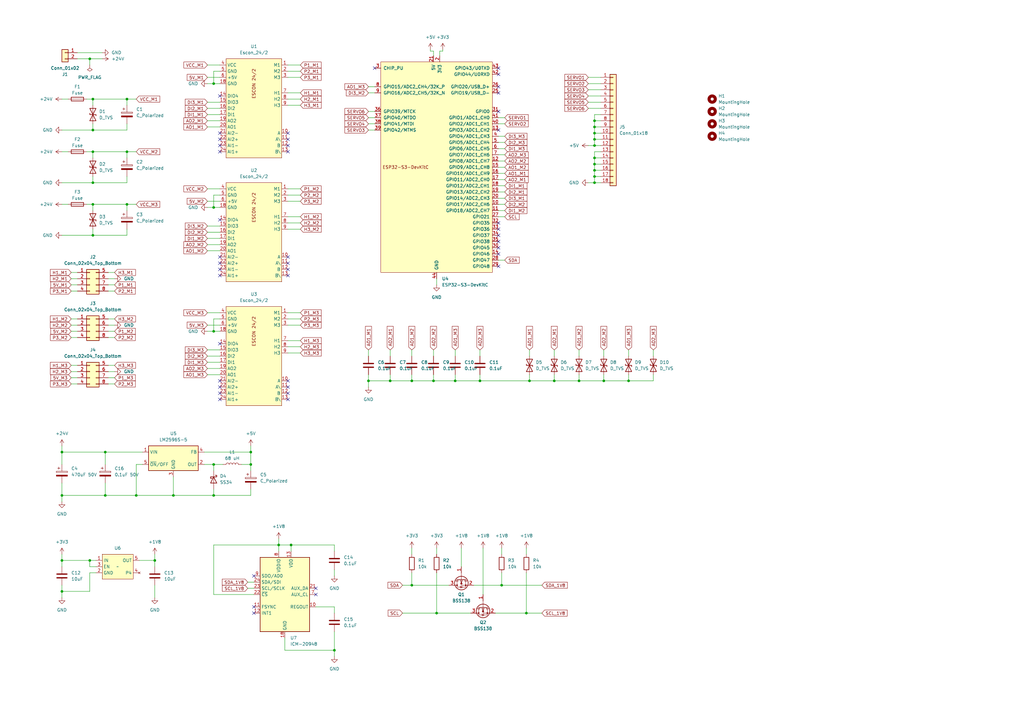
<source format=kicad_sch>
(kicad_sch (version 20230121) (generator eeschema)
  (paper "A3")
  (junction (at 243.84 54.61))
  (junction (at 43.18 185.42))
  (junction (at 87.63 190.5))
  (junction (at 38.1 96.52))
  (junction (at 215.9 251.46))
  (junction (at 38.1 62.23))
  (junction (at 25.4 203.2))
  (junction (at 119.38 223.52))
  (junction (at 243.84 49.53))
  (junction (at 151.13 156.21))
  (junction (at 52.07 62.23))
  (junction (at 87.63 34.29))
  (junction (at 177.8 156.21))
  (junction (at 38.1 74.93))
  (junction (at 71.12 203.2))
  (junction (at 25.4 185.42))
  (junction (at 243.84 69.85))
  (junction (at 36.83 24.13))
  (junction (at 217.17 156.21))
  (junction (at 243.84 72.39))
  (junction (at 243.84 52.07))
  (junction (at 160.02 156.21))
  (junction (at 87.63 85.09))
  (junction (at 63.5 229.87))
  (junction (at 186.69 156.21))
  (junction (at 247.65 156.21))
  (junction (at 102.87 190.5))
  (junction (at 243.84 57.15))
  (junction (at 168.91 156.21))
  (junction (at 205.74 240.03))
  (junction (at 38.1 83.82))
  (junction (at 114.3 223.52))
  (junction (at 36.83 229.87))
  (junction (at 243.84 64.77))
  (junction (at 243.84 67.31))
  (junction (at 25.4 229.87))
  (junction (at 52.07 83.82))
  (junction (at 196.85 156.21))
  (junction (at 243.84 59.69))
  (junction (at 168.91 240.03))
  (junction (at 102.87 185.42))
  (junction (at 43.18 203.2))
  (junction (at 179.07 251.46))
  (junction (at 87.63 135.89))
  (junction (at 55.88 203.2))
  (junction (at 38.1 40.64))
  (junction (at 227.33 156.21))
  (junction (at 25.4 242.57))
  (junction (at 87.63 203.2))
  (junction (at 52.07 40.64))
  (junction (at 38.1 53.34))
  (junction (at 137.16 266.7))
  (junction (at 237.49 156.21))
  (junction (at 257.81 156.21))
  (junction (at 243.84 74.93))
  (no_connect (at 118.11 107.95))
  (no_connect (at 204.47 30.48))
  (no_connect (at 104.14 248.92))
  (no_connect (at 204.47 45.72))
  (no_connect (at 90.17 161.29))
  (no_connect (at 118.11 156.21))
  (no_connect (at 90.17 110.49))
  (no_connect (at 90.17 158.75))
  (no_connect (at 118.11 110.49))
  (no_connect (at 90.17 156.21))
  (no_connect (at 204.47 101.6))
  (no_connect (at 129.54 243.84))
  (no_connect (at 90.17 105.41))
  (no_connect (at 90.17 59.69))
  (no_connect (at 104.14 251.46))
  (no_connect (at 118.11 54.61))
  (no_connect (at 118.11 113.03))
  (no_connect (at 90.17 57.15))
  (no_connect (at 204.47 99.06))
  (no_connect (at 90.17 54.61))
  (no_connect (at 90.17 107.95))
  (no_connect (at 90.17 113.03))
  (no_connect (at 204.47 93.98))
  (no_connect (at 204.47 109.22))
  (no_connect (at 118.11 105.41))
  (no_connect (at 90.17 62.23))
  (no_connect (at 129.54 241.3))
  (no_connect (at 204.47 38.1))
  (no_connect (at 204.47 96.52))
  (no_connect (at 118.11 57.15))
  (no_connect (at 204.47 35.56))
  (no_connect (at 204.47 53.34))
  (no_connect (at 204.47 27.94))
  (no_connect (at 104.14 236.22))
  (no_connect (at 90.17 140.97))
  (no_connect (at 118.11 163.83))
  (no_connect (at 90.17 39.37))
  (no_connect (at 118.11 161.29))
  (no_connect (at 204.47 91.44))
  (no_connect (at 118.11 62.23))
  (no_connect (at 204.47 104.14))
  (no_connect (at 90.17 163.83))
  (no_connect (at 153.67 27.94))
  (no_connect (at 118.11 158.75))
  (no_connect (at 118.11 59.69))
  (no_connect (at 90.17 90.17))
  (wire (pts (xy 204.47 86.36) (xy 207.01 86.36)))
  (wire (pts (xy 179.07 114.3) (xy 179.07 116.84)))
  (wire (pts (xy 29.21 135.89) (xy 31.75 135.89)))
  (wire (pts (xy 203.2 251.46) (xy 215.9 251.46)))
  (wire (pts (xy 87.63 135.89) (xy 90.17 135.89)))
  (wire (pts (xy 241.3 59.69) (xy 243.84 59.69)))
  (wire (pts (xy 114.3 220.98) (xy 114.3 223.52)))
  (wire (pts (xy 52.07 40.64) (xy 38.1 40.64)))
  (wire (pts (xy 204.47 50.8) (xy 207.01 50.8)))
  (wire (pts (xy 63.5 227.33) (xy 63.5 229.87)))
  (wire (pts (xy 267.97 143.51) (xy 267.97 146.05)))
  (wire (pts (xy 29.21 114.3) (xy 31.75 114.3)))
  (wire (pts (xy 186.69 153.67) (xy 186.69 156.21)))
  (wire (pts (xy 44.45 133.35) (xy 46.99 133.35)))
  (wire (pts (xy 243.84 69.85) (xy 243.84 72.39)))
  (wire (pts (xy 85.09 31.75) (xy 90.17 31.75)))
  (wire (pts (xy 29.21 119.38) (xy 31.75 119.38)))
  (wire (pts (xy 52.07 62.23) (xy 55.88 62.23)))
  (wire (pts (xy 25.4 198.12) (xy 25.4 203.2)))
  (wire (pts (xy 38.1 96.52) (xy 38.1 93.98)))
  (wire (pts (xy 52.07 64.77) (xy 52.07 62.23)))
  (wire (pts (xy 114.3 223.52) (xy 114.3 226.06)))
  (wire (pts (xy 241.3 36.83) (xy 246.38 36.83)))
  (wire (pts (xy 237.49 153.67) (xy 237.49 156.21)))
  (wire (pts (xy 83.82 190.5) (xy 87.63 190.5)))
  (wire (pts (xy 85.09 85.09) (xy 87.63 85.09)))
  (wire (pts (xy 25.4 74.93) (xy 38.1 74.93)))
  (wire (pts (xy 194.31 240.03) (xy 205.74 240.03)))
  (wire (pts (xy 38.1 40.64) (xy 38.1 43.18)))
  (wire (pts (xy 198.12 224.79) (xy 198.12 243.84)))
  (wire (pts (xy 119.38 226.06) (xy 119.38 223.52)))
  (wire (pts (xy 179.07 224.79) (xy 179.07 227.33)))
  (wire (pts (xy 58.42 190.5) (xy 55.88 190.5)))
  (wire (pts (xy 85.09 100.33) (xy 90.17 100.33)))
  (wire (pts (xy 267.97 156.21) (xy 267.97 153.67)))
  (wire (pts (xy 102.87 182.88) (xy 102.87 185.42)))
  (wire (pts (xy 151.13 35.56) (xy 153.67 35.56)))
  (wire (pts (xy 55.88 190.5) (xy 55.88 203.2)))
  (wire (pts (xy 204.47 68.58) (xy 207.01 68.58)))
  (wire (pts (xy 204.47 66.04) (xy 207.01 66.04)))
  (wire (pts (xy 52.07 43.18) (xy 52.07 40.64)))
  (wire (pts (xy 204.47 73.66) (xy 207.01 73.66)))
  (wire (pts (xy 204.47 63.5) (xy 207.01 63.5)))
  (wire (pts (xy 118.11 139.7) (xy 123.19 139.7)))
  (wire (pts (xy 52.07 83.82) (xy 55.88 83.82)))
  (wire (pts (xy 176.53 20.955) (xy 177.8 20.955)))
  (wire (pts (xy 137.16 233.68) (xy 137.16 236.22)))
  (wire (pts (xy 137.16 248.92) (xy 137.16 251.46)))
  (wire (pts (xy 102.87 203.2) (xy 87.63 203.2)))
  (wire (pts (xy 246.38 72.39) (xy 243.84 72.39)))
  (wire (pts (xy 189.23 224.79) (xy 189.23 232.41)))
  (wire (pts (xy 243.84 49.53) (xy 243.84 46.99)))
  (wire (pts (xy 137.16 226.06) (xy 137.16 223.52)))
  (wire (pts (xy 44.45 114.3) (xy 46.99 114.3)))
  (wire (pts (xy 52.07 86.36) (xy 52.07 83.82)))
  (wire (pts (xy 25.4 53.34) (xy 38.1 53.34)))
  (wire (pts (xy 38.1 83.82) (xy 38.1 86.36)))
  (wire (pts (xy 217.17 153.67) (xy 217.17 156.21)))
  (wire (pts (xy 85.09 128.27) (xy 90.17 128.27)))
  (wire (pts (xy 44.45 116.84) (xy 46.99 116.84)))
  (wire (pts (xy 246.38 54.61) (xy 243.84 54.61)))
  (wire (pts (xy 118.11 38.1) (xy 123.19 38.1)))
  (wire (pts (xy 168.91 156.21) (xy 177.8 156.21)))
  (wire (pts (xy 35.56 62.23) (xy 38.1 62.23)))
  (wire (pts (xy 118.11 128.27) (xy 123.19 128.27)))
  (wire (pts (xy 38.1 96.52) (xy 52.07 96.52)))
  (wire (pts (xy 186.69 143.51) (xy 186.69 146.05)))
  (wire (pts (xy 227.33 143.51) (xy 227.33 146.05)))
  (wire (pts (xy 25.4 240.03) (xy 25.4 242.57)))
  (wire (pts (xy 205.74 234.95) (xy 205.74 240.03)))
  (wire (pts (xy 243.84 46.99) (xy 246.38 46.99)))
  (wire (pts (xy 137.16 266.7) (xy 137.16 269.24)))
  (wire (pts (xy 227.33 153.67) (xy 227.33 156.21)))
  (wire (pts (xy 186.69 156.21) (xy 177.8 156.21)))
  (wire (pts (xy 165.1 251.46) (xy 179.07 251.46)))
  (wire (pts (xy 246.38 59.69) (xy 243.84 59.69)))
  (wire (pts (xy 85.09 34.29) (xy 87.63 34.29)))
  (wire (pts (xy 29.21 157.48) (xy 31.75 157.48)))
  (wire (pts (xy 243.84 52.07) (xy 243.84 49.53)))
  (wire (pts (xy 118.11 130.81) (xy 123.19 130.81)))
  (wire (pts (xy 246.38 49.53) (xy 243.84 49.53)))
  (wire (pts (xy 52.07 50.8) (xy 52.07 53.34)))
  (wire (pts (xy 241.3 34.29) (xy 246.38 34.29)))
  (wire (pts (xy 151.13 50.8) (xy 153.67 50.8)))
  (wire (pts (xy 246.38 67.31) (xy 243.84 67.31)))
  (wire (pts (xy 118.11 26.67) (xy 123.19 26.67)))
  (wire (pts (xy 29.21 130.81) (xy 31.75 130.81)))
  (wire (pts (xy 25.4 229.87) (xy 25.4 232.41)))
  (wire (pts (xy 241.3 74.93) (xy 243.84 74.93)))
  (wire (pts (xy 52.07 72.39) (xy 52.07 74.93)))
  (wire (pts (xy 168.91 143.51) (xy 168.91 146.05)))
  (wire (pts (xy 246.38 74.93) (xy 243.84 74.93)))
  (wire (pts (xy 247.65 143.51) (xy 247.65 146.05)))
  (wire (pts (xy 85.09 49.53) (xy 90.17 49.53)))
  (wire (pts (xy 196.85 156.21) (xy 217.17 156.21)))
  (wire (pts (xy 181.61 20.955) (xy 180.34 20.955)))
  (wire (pts (xy 116.84 266.7) (xy 137.16 266.7)))
  (wire (pts (xy 129.54 248.92) (xy 137.16 248.92)))
  (wire (pts (xy 204.47 83.82) (xy 207.01 83.82)))
  (wire (pts (xy 118.11 77.47) (xy 123.19 77.47)))
  (wire (pts (xy 87.63 190.5) (xy 91.44 190.5)))
  (wire (pts (xy 168.91 224.79) (xy 168.91 227.33)))
  (wire (pts (xy 168.91 234.95) (xy 168.91 240.03)))
  (wire (pts (xy 237.49 143.51) (xy 237.49 146.05)))
  (wire (pts (xy 39.37 232.41) (xy 36.83 232.41)))
  (wire (pts (xy 85.09 135.89) (xy 87.63 135.89)))
  (wire (pts (xy 44.45 149.86) (xy 46.99 149.86)))
  (wire (pts (xy 38.1 53.34) (xy 52.07 53.34)))
  (wire (pts (xy 29.21 111.76) (xy 31.75 111.76)))
  (wire (pts (xy 204.47 106.68) (xy 207.01 106.68)))
  (wire (pts (xy 204.47 60.96) (xy 207.01 60.96)))
  (wire (pts (xy 217.17 156.21) (xy 227.33 156.21)))
  (wire (pts (xy 25.4 203.2) (xy 43.18 203.2)))
  (wire (pts (xy 85.09 143.51) (xy 90.17 143.51)))
  (wire (pts (xy 160.02 153.67) (xy 160.02 156.21)))
  (wire (pts (xy 241.3 44.45) (xy 246.38 44.45)))
  (wire (pts (xy 85.09 146.05) (xy 90.17 146.05)))
  (wire (pts (xy 116.84 261.62) (xy 116.84 266.7)))
  (wire (pts (xy 118.11 144.78) (xy 123.19 144.78)))
  (wire (pts (xy 36.83 234.95) (xy 36.83 242.57)))
  (wire (pts (xy 85.09 95.25) (xy 90.17 95.25)))
  (wire (pts (xy 29.21 116.84) (xy 31.75 116.84)))
  (wire (pts (xy 181.61 20.32) (xy 181.61 20.955)))
  (wire (pts (xy 85.09 92.71) (xy 90.17 92.71)))
  (wire (pts (xy 35.56 40.64) (xy 38.1 40.64)))
  (wire (pts (xy 87.63 80.01) (xy 87.63 85.09)))
  (wire (pts (xy 25.4 96.52) (xy 38.1 96.52)))
  (wire (pts (xy 85.09 102.87) (xy 90.17 102.87)))
  (wire (pts (xy 43.18 185.42) (xy 58.42 185.42)))
  (wire (pts (xy 151.13 53.34) (xy 153.67 53.34)))
  (wire (pts (xy 85.09 97.79) (xy 90.17 97.79)))
  (wire (pts (xy 25.4 83.82) (xy 27.94 83.82)))
  (wire (pts (xy 71.12 195.58) (xy 71.12 203.2)))
  (wire (pts (xy 57.15 229.87) (xy 63.5 229.87)))
  (wire (pts (xy 204.47 55.88) (xy 207.01 55.88)))
  (wire (pts (xy 243.84 72.39) (xy 243.84 74.93)))
  (wire (pts (xy 243.84 59.69) (xy 243.84 57.15)))
  (wire (pts (xy 90.17 29.21) (xy 87.63 29.21)))
  (wire (pts (xy 43.18 198.12) (xy 43.18 203.2)))
  (wire (pts (xy 52.07 40.64) (xy 55.88 40.64)))
  (wire (pts (xy 36.83 232.41) (xy 36.83 229.87)))
  (wire (pts (xy 205.74 240.03) (xy 222.25 240.03)))
  (wire (pts (xy 227.33 156.21) (xy 237.49 156.21)))
  (wire (pts (xy 177.8 20.955) (xy 177.8 22.86)))
  (wire (pts (xy 137.16 259.08) (xy 137.16 266.7)))
  (wire (pts (xy 217.17 143.51) (xy 217.17 146.05)))
  (wire (pts (xy 204.47 76.2) (xy 207.01 76.2)))
  (wire (pts (xy 90.17 130.81) (xy 87.63 130.81)))
  (wire (pts (xy 25.4 62.23) (xy 27.94 62.23)))
  (wire (pts (xy 87.63 190.5) (xy 87.63 193.04)))
  (wire (pts (xy 102.87 200.66) (xy 102.87 203.2)))
  (wire (pts (xy 25.4 227.33) (xy 25.4 229.87)))
  (wire (pts (xy 25.4 185.42) (xy 43.18 185.42)))
  (wire (pts (xy 63.5 240.03) (xy 63.5 245.11)))
  (wire (pts (xy 44.45 130.81) (xy 46.99 130.81)))
  (wire (pts (xy 186.69 156.21) (xy 196.85 156.21)))
  (wire (pts (xy 165.1 240.03) (xy 168.91 240.03)))
  (wire (pts (xy 177.8 143.51) (xy 177.8 146.05)))
  (wire (pts (xy 38.1 74.93) (xy 52.07 74.93)))
  (wire (pts (xy 119.38 223.52) (xy 114.3 223.52)))
  (wire (pts (xy 118.11 88.9) (xy 123.19 88.9)))
  (wire (pts (xy 83.82 185.42) (xy 102.87 185.42)))
  (wire (pts (xy 87.63 200.66) (xy 87.63 203.2)))
  (wire (pts (xy 38.1 74.93) (xy 38.1 72.39)))
  (wire (pts (xy 25.4 40.64) (xy 27.94 40.64)))
  (wire (pts (xy 246.38 64.77) (xy 243.84 64.77)))
  (wire (pts (xy 160.02 143.51) (xy 160.02 146.05)))
  (wire (pts (xy 176.53 20.32) (xy 176.53 20.955)))
  (wire (pts (xy 243.84 54.61) (xy 243.84 52.07)))
  (wire (pts (xy 180.34 20.955) (xy 180.34 22.86)))
  (wire (pts (xy 29.21 138.43) (xy 31.75 138.43)))
  (wire (pts (xy 204.47 78.74) (xy 207.01 78.74)))
  (wire (pts (xy 85.09 52.07) (xy 90.17 52.07)))
  (wire (pts (xy 25.4 203.2) (xy 25.4 205.74)))
  (wire (pts (xy 168.91 240.03) (xy 184.15 240.03)))
  (wire (pts (xy 52.07 83.82) (xy 38.1 83.82)))
  (wire (pts (xy 36.83 24.13) (xy 36.83 26.67)))
  (wire (pts (xy 85.09 133.35) (xy 90.17 133.35)))
  (wire (pts (xy 246.38 57.15) (xy 243.84 57.15)))
  (wire (pts (xy 87.63 223.52) (xy 87.63 243.84)))
  (wire (pts (xy 85.09 82.55) (xy 90.17 82.55)))
  (wire (pts (xy 29.21 154.94) (xy 31.75 154.94)))
  (wire (pts (xy 25.4 185.42) (xy 25.4 190.5)))
  (wire (pts (xy 118.11 43.18) (xy 123.19 43.18)))
  (wire (pts (xy 36.83 229.87) (xy 39.37 229.87)))
  (wire (pts (xy 44.45 157.48) (xy 46.99 157.48)))
  (wire (pts (xy 196.85 143.51) (xy 196.85 146.05)))
  (wire (pts (xy 118.11 82.55) (xy 123.19 82.55)))
  (wire (pts (xy 204.47 88.9) (xy 207.01 88.9)))
  (wire (pts (xy 44.45 152.4) (xy 46.99 152.4)))
  (wire (pts (xy 29.21 149.86) (xy 31.75 149.86)))
  (wire (pts (xy 85.09 46.99) (xy 90.17 46.99)))
  (wire (pts (xy 87.63 34.29) (xy 90.17 34.29)))
  (wire (pts (xy 246.38 69.85) (xy 243.84 69.85)))
  (wire (pts (xy 44.45 154.94) (xy 46.99 154.94)))
  (wire (pts (xy 87.63 29.21) (xy 87.63 34.29)))
  (wire (pts (xy 44.45 119.38) (xy 46.99 119.38)))
  (wire (pts (xy 35.56 83.82) (xy 38.1 83.82)))
  (wire (pts (xy 102.87 190.5) (xy 102.87 193.04)))
  (wire (pts (xy 43.18 203.2) (xy 55.88 203.2)))
  (wire (pts (xy 215.9 234.95) (xy 215.9 251.46)))
  (wire (pts (xy 85.09 148.59) (xy 90.17 148.59)))
  (wire (pts (xy 215.9 251.46) (xy 222.25 251.46)))
  (wire (pts (xy 39.37 234.95) (xy 36.83 234.95)))
  (wire (pts (xy 257.81 156.21) (xy 267.97 156.21)))
  (wire (pts (xy 31.75 21.59) (xy 41.91 21.59)))
  (wire (pts (xy 247.65 153.67) (xy 247.65 156.21)))
  (wire (pts (xy 151.13 143.51) (xy 151.13 146.05)))
  (wire (pts (xy 196.85 153.67) (xy 196.85 156.21)))
  (wire (pts (xy 38.1 53.34) (xy 38.1 50.8)))
  (wire (pts (xy 85.09 77.47) (xy 90.17 77.47)))
  (wire (pts (xy 243.84 64.77) (xy 243.84 62.23)))
  (wire (pts (xy 25.4 229.87) (xy 36.83 229.87)))
  (wire (pts (xy 151.13 156.21) (xy 151.13 158.75)))
  (wire (pts (xy 43.18 185.42) (xy 43.18 190.5)))
  (wire (pts (xy 243.84 62.23) (xy 246.38 62.23)))
  (wire (pts (xy 118.11 93.98) (xy 123.19 93.98)))
  (wire (pts (xy 246.38 52.07) (xy 243.84 52.07)))
  (wire (pts (xy 44.45 135.89) (xy 46.99 135.89)))
  (wire (pts (xy 204.47 71.12) (xy 207.01 71.12)))
  (wire (pts (xy 87.63 130.81) (xy 87.63 135.89)))
  (wire (pts (xy 87.63 243.84) (xy 104.14 243.84)))
  (wire (pts (xy 118.11 29.21) (xy 123.19 29.21)))
  (wire (pts (xy 151.13 48.26) (xy 153.67 48.26)))
  (wire (pts (xy 29.21 133.35) (xy 31.75 133.35)))
  (wire (pts (xy 44.45 138.43) (xy 46.99 138.43)))
  (wire (pts (xy 257.81 153.67) (xy 257.81 156.21)))
  (wire (pts (xy 85.09 26.67) (xy 90.17 26.67)))
  (wire (pts (xy 90.17 80.01) (xy 87.63 80.01)))
  (wire (pts (xy 204.47 48.26) (xy 207.01 48.26)))
  (wire (pts (xy 118.11 31.75) (xy 123.19 31.75)))
  (wire (pts (xy 179.07 251.46) (xy 193.04 251.46)))
  (wire (pts (xy 87.63 203.2) (xy 71.12 203.2)))
  (wire (pts (xy 205.74 224.79) (xy 205.74 227.33)))
  (wire (pts (xy 118.11 133.35) (xy 123.19 133.35)))
  (wire (pts (xy 241.3 41.91) (xy 246.38 41.91)))
  (wire (pts (xy 243.84 67.31) (xy 243.84 69.85)))
  (wire (pts (xy 247.65 156.21) (xy 257.81 156.21)))
  (wire (pts (xy 177.8 153.67) (xy 177.8 156.21)))
  (wire (pts (xy 114.3 223.52) (xy 87.63 223.52)))
  (wire (pts (xy 118.11 142.24) (xy 123.19 142.24)))
  (wire (pts (xy 38.1 62.23) (xy 38.1 64.77)))
  (wire (pts (xy 71.12 203.2) (xy 55.88 203.2)))
  (wire (pts (xy 137.16 223.52) (xy 119.38 223.52)))
  (wire (pts (xy 151.13 156.21) (xy 160.02 156.21)))
  (wire (pts (xy 243.84 64.77) (xy 243.84 67.31)))
  (wire (pts (xy 87.63 85.09) (xy 90.17 85.09)))
  (wire (pts (xy 85.09 153.67) (xy 90.17 153.67)))
  (wire (pts (xy 151.13 153.67) (xy 151.13 156.21)))
  (wire (pts (xy 99.06 190.5) (xy 102.87 190.5)))
  (wire (pts (xy 52.07 93.98) (xy 52.07 96.52)))
  (wire (pts (xy 179.07 234.95) (xy 179.07 251.46)))
  (wire (pts (xy 168.91 153.67) (xy 168.91 156.21)))
  (wire (pts (xy 160.02 156.21) (xy 168.91 156.21)))
  (wire (pts (xy 44.45 111.76) (xy 46.99 111.76)))
  (wire (pts (xy 101.6 238.76) (xy 104.14 238.76)))
  (wire (pts (xy 118.11 40.64) (xy 123.19 40.64)))
  (wire (pts (xy 215.9 224.79) (xy 215.9 227.33)))
  (wire (pts (xy 85.09 44.45) (xy 90.17 44.45)))
  (wire (pts (xy 243.84 54.61) (xy 243.84 57.15)))
  (wire (pts (xy 29.21 152.4) (xy 31.75 152.4)))
  (wire (pts (xy 85.09 151.13) (xy 90.17 151.13)))
  (wire (pts (xy 31.75 24.13) (xy 36.83 24.13)))
  (wire (pts (xy 241.3 39.37) (xy 246.38 39.37)))
  (wire (pts (xy 25.4 242.57) (xy 25.4 245.11)))
  (wire (pts (xy 25.4 242.57) (xy 36.83 242.57)))
  (wire (pts (xy 63.5 229.87) (xy 63.5 232.41)))
  (wire (pts (xy 101.6 241.3) (xy 104.14 241.3)))
  (wire (pts (xy 25.4 182.88) (xy 25.4 185.42)))
  (wire (pts (xy 52.07 62.23) (xy 38.1 62.23)))
  (wire (pts (xy 204.47 58.42) (xy 207.01 58.42)))
  (wire (pts (xy 151.13 38.1) (xy 153.67 38.1)))
  (wire (pts (xy 85.09 41.91) (xy 90.17 41.91)))
  (wire (pts (xy 204.47 81.28) (xy 207.01 81.28)))
  (wire (pts (xy 237.49 156.21) (xy 247.65 156.21)))
  (wire (pts (xy 118.11 80.01) (xy 123.19 80.01)))
  (wire (pts (xy 151.13 45.72) (xy 153.67 45.72)))
  (wire (pts (xy 257.81 143.51) (xy 257.81 146.05)))
  (wire (pts (xy 241.3 31.75) (xy 246.38 31.75)))
  (wire (pts (xy 118.11 91.44) (xy 123.19 91.44)))
  (wire (pts (xy 36.83 24.13) (xy 41.91 24.13)))
  (wire (pts (xy 102.87 190.5) (xy 102.87 185.42)))
  (global_label "H3_M1" (shape input) (at 123.19 43.18 0) (property "Intersheetrefs" "${INTERSHEET_REFS}" (effects hide)))
  (global_label "SDA_1V8" (shape input) (at 101.6 238.76 180) (property "Intersheetrefs" "${INTERSHEET_REFS}" (effects hide)))
  (global_label "P1_M2" (shape input) (at 123.19 77.47 0) (property "Intersheetrefs" "${INTERSHEET_REFS}" (effects hide)))
  (global_label "H1_M3" (shape input) (at 123.19 139.7 0) (property "Intersheetrefs" "${INTERSHEET_REFS}" (effects hide)))
  (global_label "VCC_M3" (shape input) (at 85.09 128.27 180) (property "Intersheetrefs" "${INTERSHEET_REFS}" (effects hide)))
  (global_label "AO2_M1" (shape input) (at 85.09 49.53 180) (property "Intersheetrefs" "${INTERSHEET_REFS}" (effects hide)))
  (global_label "AO2_M2" (shape input) (at 247.65 143.51 90) (property "Intersheetrefs" "${INTERSHEET_REFS}" (effects hide)))
  (global_label "DI1_M3" (shape input) (at 85.09 148.59 180) (property "Intersheetrefs" "${INTERSHEET_REFS}" (effects hide)))
  (global_label "AO2_M1" (shape input) (at 227.33 143.51 90) (property "Intersheetrefs" "${INTERSHEET_REFS}" (effects hide)))
  (global_label "SERVO3" (shape input) (at 241.3 36.83 180) (property "Intersheetrefs" "${INTERSHEET_REFS}" (effects hide)))
  (global_label "AO2_M1" (shape input) (at 160.02 143.51 90) (property "Intersheetrefs" "${INTERSHEET_REFS}" (effects hide)))
  (global_label "P1_M2" (shape input) (at 46.99 135.89 0) (property "Intersheetrefs" "${INTERSHEET_REFS}" (effects hide)))
  (global_label "AO2_M1" (shape input) (at 207.01 73.66 0) (property "Intersheetrefs" "${INTERSHEET_REFS}" (effects hide)))
  (global_label "H3_M2" (shape input) (at 46.99 130.81 0) (property "Intersheetrefs" "${INTERSHEET_REFS}" (effects hide)))
  (global_label "H1_M1" (shape input) (at 123.19 38.1 0) (property "Intersheetrefs" "${INTERSHEET_REFS}" (effects hide)))
  (global_label "AO1_M3" (shape input) (at 151.13 35.56 180) (property "Intersheetrefs" "${INTERSHEET_REFS}" (effects hide)))
  (global_label "SERVO5" (shape input) (at 241.3 41.91 180) (property "Intersheetrefs" "${INTERSHEET_REFS}" (effects hide)))
  (global_label "SCL_1V8" (shape input) (at 101.6 241.3 180) (property "Intersheetrefs" "${INTERSHEET_REFS}" (effects hide)))
  (global_label "DI3_M2" (shape input) (at 85.09 92.71 180) (property "Intersheetrefs" "${INTERSHEET_REFS}" (effects hide)))
  (global_label "SERVO3" (shape input) (at 151.13 53.34 180) (property "Intersheetrefs" "${INTERSHEET_REFS}" (effects hide)))
  (global_label "AO2_M2" (shape input) (at 207.01 66.04 0) (property "Intersheetrefs" "${INTERSHEET_REFS}" (effects hide)))
  (global_label "AO1_M2" (shape input) (at 168.91 143.51 90) (property "Intersheetrefs" "${INTERSHEET_REFS}" (effects hide)))
  (global_label "H2_M1" (shape input) (at 29.21 114.3 180) (property "Intersheetrefs" "${INTERSHEET_REFS}" (effects hide)))
  (global_label "H2_M2" (shape input) (at 123.19 91.44 0) (property "Intersheetrefs" "${INTERSHEET_REFS}" (effects hide)))
  (global_label "DI3_M1" (shape input) (at 207.01 81.28 0) (property "Intersheetrefs" "${INTERSHEET_REFS}" (effects hide)))
  (global_label "VCC_M2" (shape input) (at 55.88 62.23 0) (property "Intersheetrefs" "${INTERSHEET_REFS}" (effects hide)))
  (global_label "SDA" (shape input) (at 165.1 240.03 180) (property "Intersheetrefs" "${INTERSHEET_REFS}" (effects hide)))
  (global_label "H2_M2" (shape input) (at 29.21 133.35 180) (property "Intersheetrefs" "${INTERSHEET_REFS}" (effects hide)))
  (global_label "DI2_M1" (shape input) (at 85.09 44.45 180) (property "Intersheetrefs" "${INTERSHEET_REFS}" (effects hide)))
  (global_label "AO1_M2" (shape input) (at 85.09 102.87 180) (property "Intersheetrefs" "${INTERSHEET_REFS}" (effects hide)))
  (global_label "H3_M2" (shape input) (at 123.19 93.98 0) (property "Intersheetrefs" "${INTERSHEET_REFS}" (effects hide)))
  (global_label "P3_M1" (shape input) (at 123.19 31.75 0) (property "Intersheetrefs" "${INTERSHEET_REFS}" (effects hide)))
  (global_label "P3_M1" (shape input) (at 29.21 119.38 180) (property "Intersheetrefs" "${INTERSHEET_REFS}" (effects hide)))
  (global_label "SERVO1" (shape input) (at 207.01 48.26 0) (property "Intersheetrefs" "${INTERSHEET_REFS}" (effects hide)))
  (global_label "SERVO1" (shape input) (at 241.3 31.75 180) (property "Intersheetrefs" "${INTERSHEET_REFS}" (effects hide)))
  (global_label "DI3_M3" (shape input) (at 85.09 143.51 180) (property "Intersheetrefs" "${INTERSHEET_REFS}" (effects hide)))
  (global_label "SCL" (shape input) (at 165.1 251.46 180) (property "Intersheetrefs" "${INTERSHEET_REFS}" (effects hide)))
  (global_label "AO2_M3" (shape input) (at 207.01 63.5 0) (property "Intersheetrefs" "${INTERSHEET_REFS}" (effects hide)))
  (global_label "DI1_M2" (shape input) (at 85.09 97.79 180) (property "Intersheetrefs" "${INTERSHEET_REFS}" (effects hide)))
  (global_label "P3_M2" (shape input) (at 29.21 138.43 180) (property "Intersheetrefs" "${INTERSHEET_REFS}" (effects hide)))
  (global_label "H1_M2" (shape input) (at 123.19 88.9 0) (property "Intersheetrefs" "${INTERSHEET_REFS}" (effects hide)))
  (global_label "SCL_1V8" (shape input) (at 222.25 251.46 0) (property "Intersheetrefs" "${INTERSHEET_REFS}" (effects hide)))
  (global_label "AO1_M1" (shape input) (at 207.01 71.12 0) (property "Intersheetrefs" "${INTERSHEET_REFS}" (effects hide)))
  (global_label "AO1_M1" (shape input) (at 85.09 52.07 180) (property "Intersheetrefs" "${INTERSHEET_REFS}" (effects hide)))
  (global_label "DI3_M1" (shape input) (at 85.09 41.91 180) (property "Intersheetrefs" "${INTERSHEET_REFS}" (effects hide)))
  (global_label "SERVO6" (shape input) (at 151.13 45.72 180) (property "Intersheetrefs" "${INTERSHEET_REFS}" (effects hide)))
  (global_label "DI3_M2" (shape input) (at 151.13 38.1 180) (property "Intersheetrefs" "${INTERSHEET_REFS}" (effects hide)))
  (global_label "P3_M2" (shape input) (at 123.19 82.55 0) (property "Intersheetrefs" "${INTERSHEET_REFS}" (effects hide)))
  (global_label "AO2_M3" (shape input) (at 196.85 143.51 90) (property "Intersheetrefs" "${INTERSHEET_REFS}" (effects hide)))
  (global_label "5V_M2" (shape input) (at 85.09 82.55 180) (property "Intersheetrefs" "${INTERSHEET_REFS}" (effects hide)))
  (global_label "H2_M1" (shape input) (at 123.19 40.64 0) (property "Intersheetrefs" "${INTERSHEET_REFS}" (effects hide)))
  (global_label "P2_M3" (shape input) (at 123.19 130.81 0) (property "Intersheetrefs" "${INTERSHEET_REFS}" (effects hide)))
  (global_label "P2_M3" (shape input) (at 46.99 157.48 0) (property "Intersheetrefs" "${INTERSHEET_REFS}" (effects hide)))
  (global_label "SCL" (shape input) (at 207.01 88.9 0) (property "Intersheetrefs" "${INTERSHEET_REFS}" (effects hide)))
  (global_label "P2_M1" (shape input) (at 123.19 29.21 0) (property "Intersheetrefs" "${INTERSHEET_REFS}" (effects hide)))
  (global_label "P1_M3" (shape input) (at 123.19 128.27 0) (property "Intersheetrefs" "${INTERSHEET_REFS}" (effects hide)))
  (global_label "VCC_M1" (shape input) (at 55.88 40.64 0) (property "Intersheetrefs" "${INTERSHEET_REFS}" (effects hide)))
  (global_label "H1_M2" (shape input) (at 29.21 130.81 180) (property "Intersheetrefs" "${INTERSHEET_REFS}" (effects hide)))
  (global_label "SERVO2" (shape input) (at 241.3 34.29 180) (property "Intersheetrefs" "${INTERSHEET_REFS}" (effects hide)))
  (global_label "SDA_1V8" (shape input) (at 222.25 240.03 0) (property "Intersheetrefs" "${INTERSHEET_REFS}" (effects hide)))
  (global_label "P3_M3" (shape input) (at 29.21 157.48 180) (property "Intersheetrefs" "${INTERSHEET_REFS}" (effects hide)))
  (global_label "P1_M1" (shape input) (at 46.99 116.84 0) (property "Intersheetrefs" "${INTERSHEET_REFS}" (effects hide)))
  (global_label "5V_M3" (shape input) (at 85.09 133.35 180) (property "Intersheetrefs" "${INTERSHEET_REFS}" (effects hide)))
  (global_label "AO2_M2" (shape input) (at 177.8 143.51 90) (property "Intersheetrefs" "${INTERSHEET_REFS}" (effects hide)))
  (global_label "AO1_M1" (shape input) (at 151.13 143.51 90) (property "Intersheetrefs" "${INTERSHEET_REFS}" (effects hide)))
  (global_label "H3_M1" (shape input) (at 46.99 111.76 0) (property "Intersheetrefs" "${INTERSHEET_REFS}" (effects hide)))
  (global_label "P1_M1" (shape input) (at 123.19 26.67 0) (property "Intersheetrefs" "${INTERSHEET_REFS}" (effects hide)))
  (global_label "P1_M3" (shape input) (at 46.99 154.94 0) (property "Intersheetrefs" "${INTERSHEET_REFS}" (effects hide)))
  (global_label "H3_M3" (shape input) (at 123.19 144.78 0) (property "Intersheetrefs" "${INTERSHEET_REFS}" (effects hide)))
  (global_label "DI2_M3" (shape input) (at 207.01 58.42 0) (property "Intersheetrefs" "${INTERSHEET_REFS}" (effects hide)))
  (global_label "SERVO6" (shape input) (at 241.3 44.45 180) (property "Intersheetrefs" "${INTERSHEET_REFS}" (effects hide)))
  (global_label "AO2_M2" (shape input) (at 85.09 100.33 180) (property "Intersheetrefs" "${INTERSHEET_REFS}" (effects hide)))
  (global_label "5V_M3" (shape input) (at 29.21 154.94 180) (property "Intersheetrefs" "${INTERSHEET_REFS}" (effects hide)))
  (global_label "AO1_M1" (shape input) (at 217.17 143.51 90) (property "Intersheetrefs" "${INTERSHEET_REFS}" (effects hide)))
  (global_label "AO1_M2" (shape input) (at 237.49 143.51 90) (property "Intersheetrefs" "${INTERSHEET_REFS}" (effects hide)))
  (global_label "SERVO4" (shape input) (at 241.3 39.37 180) (property "Intersheetrefs" "${INTERSHEET_REFS}" (effects hide)))
  (global_label "H1_M3" (shape input) (at 29.21 149.86 180) (property "Intersheetrefs" "${INTERSHEET_REFS}" (effects hide)))
  (global_label "VCC_M3" (shape input) (at 55.88 83.82 0) (property "Intersheetrefs" "${INTERSHEET_REFS}" (effects hide)))
  (global_label "5V_M1" (shape input) (at 85.09 31.75 180) (property "Intersheetrefs" "${INTERSHEET_REFS}" (effects hide)))
  (global_label "AO1_M3" (shape input) (at 257.81 143.51 90) (property "Intersheetrefs" "${INTERSHEET_REFS}" (effects hide)))
  (global_label "AO2_M3" (shape input) (at 85.09 151.13 180) (property "Intersheetrefs" "${INTERSHEET_REFS}" (effects hide)))
  (global_label "SDA" (shape input) (at 207.01 106.68 0) (property "Intersheetrefs" "${INTERSHEET_REFS}" (effects hide)))
  (global_label "DI2_M1" (shape input) (at 207.01 78.74 0) (property "Intersheetrefs" "${INTERSHEET_REFS}" (effects hide)))
  (global_label "SERVO2" (shape input) (at 207.01 50.8 0) (property "Intersheetrefs" "${INTERSHEET_REFS}" (effects hide)))
  (global_label "SERVO5" (shape input) (at 151.13 48.26 180) (property "Intersheetrefs" "${INTERSHEET_REFS}" (effects hide)))
  (global_label "DI1_M3" (shape input) (at 207.01 60.96 0) (property "Intersheetrefs" "${INTERSHEET_REFS}" (effects hide)))
  (global_label "H2_M3" (shape input) (at 123.19 142.24 0) (property "Intersheetrefs" "${INTERSHEET_REFS}" (effects hide)))
  (global_label "VCC_M2" (shape input) (at 85.09 77.47 180) (property "Intersheetrefs" "${INTERSHEET_REFS}" (effects hide)))
  (global_label "AO2_M3" (shape input) (at 267.97 143.51 90) (property "Intersheetrefs" "${INTERSHEET_REFS}" (effects hide)))
  (global_label "AO1_M3" (shape input) (at 186.69 143.51 90) (property "Intersheetrefs" "${INTERSHEET_REFS}" (effects hide)))
  (global_label "AO1_M3" (shape input) (at 85.09 153.67 180) (property "Intersheetrefs" "${INTERSHEET_REFS}" (effects hide)))
  (global_label "P2_M2" (shape input) (at 123.19 80.01 0) (property "Intersheetrefs" "${INTERSHEET_REFS}" (effects hide)))
  (global_label "DI1_M2" (shape input) (at 207.01 86.36 0) (property "Intersheetrefs" "${INTERSHEET_REFS}" (effects hide)))
  (global_label "DI2_M2" (shape input) (at 207.01 83.82 0) (property "Intersheetrefs" "${INTERSHEET_REFS}" (effects hide)))
  (global_label "SERVO4" (shape input) (at 151.13 50.8 180) (property "Intersheetrefs" "${INTERSHEET_REFS}" (effects hide)))
  (global_label "DI3_M3" (shape input) (at 207.01 55.88 0) (property "Intersheetrefs" "${INTERSHEET_REFS}" (effects hide)))
  (global_label "H2_M3" (shape input) (at 29.21 152.4 180) (property "Intersheetrefs" "${INTERSHEET_REFS}" (effects hide)))
  (global_label "H1_M1" (shape input) (at 29.21 111.76 180) (property "Intersheetrefs" "${INTERSHEET_REFS}" (effects hide)))
  (global_label "DI2_M3" (shape input) (at 85.09 146.05 180) (property "Intersheetrefs" "${INTERSHEET_REFS}" (effects hide)))
  (global_label "5V_M2" (shape input) (at 29.21 135.89 180) (property "Intersheetrefs" "${INTERSHEET_REFS}" (effects hide)))
  (global_label "VCC_M1" (shape input) (at 85.09 26.67 180) (property "Intersheetrefs" "${INTERSHEET_REFS}" (effects hide)))
  (global_label "DI1_M1" (shape input) (at 207.01 76.2 0) (property "Intersheetrefs" "${INTERSHEET_REFS}" (effects hide)))
  (global_label "5V_M1" (shape input) (at 29.21 116.84 180) (property "Intersheetrefs" "${INTERSHEET_REFS}" (effects hide)))
  (global_label "P2_M1" (shape input) (at 46.99 119.38 0) (property "Intersheetrefs" "${INTERSHEET_REFS}" (effects hide)))
  (global_label "H3_M3" (shape input) (at 46.99 149.86 0) (property "Intersheetrefs" "${INTERSHEET_REFS}" (effects hide)))
  (global_label "P2_M2" (shape input) (at 46.99 138.43 0) (property "Intersheetrefs" "${INTERSHEET_REFS}" (effects hide)))
  (global_label "AO1_M2" (shape input) (at 207.01 68.58 0) (property "Intersheetrefs" "${INTERSHEET_REFS}" (effects hide)))
  (global_label "DI2_M2" (shape input) (at 85.09 95.25 180) (property "Intersheetrefs" "${INTERSHEET_REFS}" (effects hide)))
  (global_label "P3_M3" (shape input) (at 123.19 133.35 0) (property "Intersheetrefs" "${INTERSHEET_REFS}" (effects hide)))
  (global_label "DI1_M1" (shape input) (at 85.09 46.99 180) (property "Intersheetrefs" "${INTERSHEET_REFS}" (effects hide)))
  (symbol (lib_id "Device:R") (at 168.91 231.14 0) (unit 1)
    (property "Reference" "R1" (at 171.45 229.87 0) (effects (justify left)))
    (property "Value" "10k" (at 171.45 232.41 0) (effects (justify left)))
    (property "Footprint" "Resistor_SMD:R_0603_1608Metric" (effects hide))
  )
  (symbol (lib_id "power:+1V8") (at 189.23 224.79 0) (unit 1)
    (property "Reference" "#PWR07" (effects hide))
    (property "Value" "+1V8" (at 189.23 219.71 0))
  )
  (symbol (lib_id "Device:R") (at 215.9 231.14 0) (unit 1)
    (property "Reference" "R4" (at 218.4993 229.87 0) (effects (justify left)))
    (property "Value" "10k" (at 218.4993 232.41 0) (effects (justify left)))
    (property "Footprint" "Resistor_SMD:R_0603_1608Metric" (effects hide))
  )
  (symbol (lib_id "Diode:1N5822") (at 87.63 196.85 270) (unit 1)
    (property "Reference" "D4" (at 90.17 195.2625 90) (effects (justify left)))
    (property "Value" "SS34" (at 90.17 197.8025 90) (effects (justify left)))
    (property "Footprint" "Diode_SMD:D_SOD-123F" (effects hide))
    (property "Datasheet" "http://www.vishay.com/docs/88526/1n5820.pdf" (effects hide))
  )
  (symbol (lib_id "Regulator_Switching:LM2596S-5") (at 71.12 187.96 0) (unit 1)
    (property "Reference" "U5" (at 71.12 177.8 0))
    (property "Value" "LM2596S-5" (at 71.12 180.34 0))
    (property "Footprint" "Package_TO_SOT_SMD:TO-263-5_TabPin3" (effects hide))
    (property "Datasheet" "http://www.ti.com/lit/ds/symlink/lm2596.pdf" (effects hide))
  )
  (symbol (lib_id "cube-motherboard:MIC5225-1.8V") (at 48.26 232.41 0) (unit 1)
    (property "Reference" "U6" (at 48.26 224.79 0))
    (property "Value" "~" (at 48.26 232.41 0))
    (property "Footprint" "Package_TO_SOT_SMD:SOT-23-5" (effects hide))
  )
  (symbol (lib_id "Device:C") (at 196.85 149.86 0) (unit 1)
    (property "Reference" "C11" (at 200.66 148.59 0) (effects (justify left)))
    (property "Value" "0.1uF" (at 200.66 151.13 0) (effects (justify left)))
    (property "Footprint" "Capacitor_SMD:C_0603_1608Metric" (effects hide))
  )
  (symbol (lib_id "Device:C") (at 25.4 236.22 0) (unit 1)
    (property "Reference" "C12" (at 29.21 234.95 0) (effects (justify left)))
    (property "Value" "10uF" (at 29.21 237.49 0) (effects (justify left)))
    (property "Footprint" "Capacitor_SMD:C_0603_1608Metric" (effects hide))
  )
  (symbol (lib_id "Device:D_TVS") (at 38.1 90.17 90) (unit 1)
    (property "Reference" "D3" (at 40.64 88.9 90) (effects (justify right)))
    (property "Value" "D_TVS" (at 40.64 91.44 90) (effects (justify right)))
    (property "Footprint" "Diode_SMD:D_SMB" (effects hide))
  )
  (symbol (lib_id "Device:D_TVS") (at 38.1 46.99 90) (unit 1)
    (property "Reference" "D1" (at 40.64 45.72 90) (effects (justify right)))
    (property "Value" "D_TVS" (at 40.64 48.26 90) (effects (justify right)))
    (property "Footprint" "Diode_SMD:D_SMB" (effects hide))
  )
  (symbol (lib_id "power:+5V") (at 176.53 20.32 0) (unit 1)
    (property "Reference" "#PWR027" (effects hide))
    (property "Value" "+5V" (at 176.53 15.24 0))
  )
  (symbol (lib_id "power:GND") (at 137.16 236.22 0) (unit 1)
    (property "Reference" "#PWR015" (effects hide))
    (property "Value" "GND" (at 137.16 241.3 0))
  )
  (symbol (lib_id "Connector_Generic:Conn_02x04_Top_Bottom") (at 36.83 133.35 0) (unit 1)
    (property "Reference" "J3" (at 38.1 124.46 0))
    (property "Value" "Conn_02x04_Top_Bottom" (at 38.1 127 0))
    (property "Footprint" "Connector_Molex:Molex_Mini-Fit_Jr_5566-08A_2x04_P4.20mm_Vertical" (effects hide))
  )
  (symbol (lib_id "power:GND") (at 85.09 85.09 270) (unit 1)
    (property "Reference" "#PWR030" (effects hide))
    (property "Value" "GND" (at 81.28 85.09 90) (effects (justify right)))
  )
  (symbol (lib_id "power:+1V8") (at 215.9 224.79 0) (unit 1)
    (property "Reference" "#PWR012" (effects hide))
    (property "Value" "+1V8" (at 215.9 219.71 0))
  )
  (symbol (lib_id "Device:C") (at 168.91 149.86 0) (unit 1)
    (property "Reference" "C8" (at 172.72 148.59 0) (effects (justify left)))
    (property "Value" "0.1uF" (at 172.72 151.13 0) (effects (justify left)))
    (property "Footprint" "Capacitor_SMD:C_0603_1608Metric" (effects hide))
  )
  (symbol (lib_id "power:GND") (at 151.13 158.75 0) (unit 1)
    (property "Reference" "#PWR029" (effects hide))
    (property "Value" "GND" (at 151.13 163.83 0))
  )
  (symbol (lib_id "Connector_Generic:Conn_02x04_Top_Bottom") (at 36.83 114.3 0) (unit 1)
    (property "Reference" "J2" (at 38.1 105.41 0))
    (property "Value" "Conn_02x04_Top_Bottom" (at 38.1 107.95 0))
    (property "Footprint" "Connector_Molex:Molex_Mini-Fit_Jr_5566-08A_2x04_P4.20mm_Vertical" (effects hide))
  )
  (symbol (lib_id "power:GND") (at 241.3 74.93 270) (unit 1)
    (property "Reference" "#PWR026" (effects hide))
    (property "Value" "GND" (at 237.49 74.93 90) (effects (justify right)))
  )
  (symbol (lib_id "Device:D_TVS") (at 247.65 149.86 90) (unit 1)
    (property "Reference" "D8" (at 250.19 148.59 90) (effects (justify right)))
    (property "Value" "D_TVS" (at 250.19 151.13 90) (effects (justify right)))
    (property "Footprint" "Diode_SMD:D_0402_1005Metric" (effects hide))
  )
  (symbol (lib_id "Mechanical:MountingHole") (at 292.1 55.88 0) (unit 1)
    (property "Reference" "H4" (at 294.64 54.61 0) (effects (justify left)))
    (property "Value" "MountingHole" (at 294.64 57.15 0) (effects (justify left)))
    (property "Footprint" "MountingHole:MountingHole_3.2mm_M3_DIN965_Pad" (effects hide))
  )
  (symbol (lib_id "power:GND") (at 137.16 269.24 0) (unit 1)
    (property "Reference" "#PWR013" (effects hide))
    (property "Value" "GND" (at 137.16 274.32 0))
  )
  (symbol (lib_id "Device:Fuse") (at 31.75 83.82 90) (unit 1)
    (property "Reference" "F3" (at 31.75 78.74 90))
    (property "Value" "Fuse" (at 31.75 81.28 90))
    (property "Footprint" "cube-motherboard:Littelfuse 0157004.DR" (effects hide))
  )
  (symbol (lib_id "power:PWR_FLAG") (at 36.83 26.67 180) (unit 1)
    (property "Reference" "#FLG01" (effects hide))
    (property "Value" "PWR_FLAG" (at 36.83 31.75 0))
  )
  (symbol (lib_id "Connector_Generic:Conn_02x04_Top_Bottom") (at 36.83 152.4 0) (unit 1)
    (property "Reference" "J4" (at 38.1 143.51 0))
    (property "Value" "Conn_02x04_Top_Bottom" (at 38.1 146.05 0))
    (property "Footprint" "Connector_Molex:Molex_Mini-Fit_Jr_5566-08A_2x04_P4.20mm_Vertical" (effects hide))
  )
  (symbol (lib_id "power:+1V8") (at 63.5 227.33 0) (unit 1)
    (property "Reference" "#PWR02" (effects hide))
    (property "Value" "+1V8" (at 63.5 222.25 0))
  )
  (symbol (lib_id "power:+3V3") (at 179.07 224.79 0) (unit 1)
    (property "Reference" "#PWR010" (effects hide))
    (property "Value" "+3V3" (at 179.07 219.71 0))
  )
  (symbol (lib_id "Device:D_TVS") (at 257.81 149.86 90) (unit 1)
    (property "Reference" "D9" (at 260.35 148.59 90) (effects (justify right)))
    (property "Value" "D_TVS" (at 260.35 151.13 90) (effects (justify right)))
    (property "Footprint" "Diode_SMD:D_0402_1005Metric" (effects hide))
  )
  (symbol (lib_id "Device:C_Polarized") (at 52.07 90.17 0) (unit 1)
    (property "Reference" "C3" (at 55.88 88.011 0) (effects (justify left)))
    (property "Value" "C_Polarized" (at 55.88 90.551 0) (effects (justify left)))
    (property "Footprint" "Capacitor_THT:CP_Radial_D12.5mm_P5.00mm" (effects hide))
  )
  (symbol (lib_id "cube-motherboard:Escon_24/2") (at 104.14 146.05 0) (unit 1)
    (property "Reference" "U3" (at 104.14 120.65 0))
    (property "Value" "Escon_24/2" (at 104.14 123.19 0))
    (property "Footprint" "cube-motherboard:Escon_24" (effects hide))
  )
  (symbol (lib_id "power:GND") (at 25.4 205.74 0) (unit 1)
    (property "Reference" "#PWR05" (effects hide))
    (property "Value" "GND" (at 25.4 210.82 0))
  )
  (symbol (lib_id "power:+3V3") (at 168.91 224.79 0) (unit 1)
    (property "Reference" "#PWR09" (effects hide))
    (property "Value" "+3V3" (at 168.91 219.71 0))
  )
  (symbol (lib_id "power:+24V") (at 25.4 83.82 90) (unit 1)
    (property "Reference" "#PWR021" (effects hide))
    (property "Value" "+24V" (at 21.59 83.82 90) (effects (justify left)))
  )
  (symbol (lib_id "Mechanical:MountingHole") (at 292.1 45.72 0) (unit 1)
    (property "Reference" "H2" (at 294.64 44.45 0) (effects (justify left)))
    (property "Value" "MountingHole" (at 294.64 46.99 0) (effects (justify left)))
    (property "Footprint" "MountingHole:MountingHole_3.2mm_M3_DIN965_Pad" (effects hide))
  )
  (symbol (lib_id "power:+3V3") (at 181.61 20.32 0) (unit 1)
    (property "Reference" "#PWR033" (effects hide))
    (property "Value" "+3V3" (at 181.61 15.24 0))
  )
  (symbol (lib_id "power:+1V8") (at 198.12 224.79 0) (unit 1)
    (property "Reference" "#PWR08" (effects hide))
    (property "Value" "+1V8" (at 198.12 219.71 0))
  )
  (symbol (lib_id "Device:D_TVS") (at 38.1 68.58 90) (unit 1)
    (property "Reference" "D2" (at 40.64 67.31 90) (effects (justify right)))
    (property "Value" "D_TVS" (at 40.64 69.85 90) (effects (justify right)))
    (property "Footprint" "Diode_SMD:D_SMB" (effects hide))
  )
  (symbol (lib_id "power:GND") (at 25.4 74.93 270) (unit 1)
    (property "Reference" "#PWR023" (effects hide))
    (property "Value" "GND" (at 21.59 74.93 90) (effects (justify right)))
  )
  (symbol (lib_id "Device:C_Polarized") (at 52.07 46.99 0) (unit 1)
    (property "Reference" "C1" (at 55.88 44.831 0) (effects (justify left)))
    (property "Value" "C_Polarized" (at 55.88 47.371 0) (effects (justify left)))
    (property "Footprint" "Capacitor_THT:CP_Radial_D12.5mm_P5.00mm" (effects hide))
  )
  (symbol (lib_id "power:+24V") (at 25.4 62.23 90) (unit 1)
    (property "Reference" "#PWR020" (effects hide))
    (property "Value" "+24V" (at 21.59 62.23 90) (effects (justify left)))
  )
  (symbol (lib_id "cube-motherboard:Escon_24/2") (at 104.14 44.45 0) (unit 1)
    (property "Reference" "U1" (at 104.14 19.05 0))
    (property "Value" "Escon_24/2" (at 104.14 21.59 0))
    (property "Footprint" "cube-motherboard:Escon_24" (effects hide))
  )
  (symbol (lib_id "Device:Fuse") (at 31.75 62.23 90) (unit 1)
    (property "Reference" "F2" (at 31.75 57.15 90))
    (property "Value" "Fuse" (at 31.75 59.69 90))
    (property "Footprint" "cube-motherboard:Littelfuse 0157004.DR" (effects hide))
  )
  (symbol (lib_id "Device:C") (at 177.8 149.86 0) (unit 1)
    (property "Reference" "C9" (at 181.61 148.59 0) (effects (justify left)))
    (property "Value" "0.1uF" (at 181.61 151.13 0) (effects (justify left)))
    (property "Footprint" "Capacitor_SMD:C_0603_1608Metric" (effects hide))
  )
  (symbol (lib_id "Mechanical:MountingHole") (at 292.1 50.8 0) (unit 1)
    (property "Reference" "H3" (at 294.64 49.53 0) (effects (justify left)))
    (property "Value" "MountingHole" (at 294.64 52.07 0) (effects (justify left)))
    (property "Footprint" "MountingHole:MountingHole_3.2mm_M3_DIN965_Pad" (effects hide))
  )
  (symbol (lib_id "Connector_Generic:Conn_01x18") (at 251.46 52.07 0) (unit 1)
    (property "Reference" "J5" (at 254 52.07 0) (effects (justify left)))
    (property "Value" "Conn_01x18" (at 254 54.61 0) (effects (justify left)))
    (property "Footprint" "cube-motherboard:PinHeader_03x06" (effects hide))
  )
  (symbol (lib_id "Connector_Generic:Conn_01x02") (at 26.67 21.59 0) (mirror y) (unit 1)
    (property "Reference" "J1" (at 26.67 30.48 0))
    (property "Value" "Conn_01x02" (at 26.67 27.94 0))
    (property "Footprint" "Connector_AMASS:AMASS_XT60-F_1x02_P7.20mm_Vertical" (effects hide))
  )
  (symbol (lib_id "Device:C") (at 137.16 229.87 0) (unit 1)
    (property "Reference" "C14" (at 140.97 228.6 0) (effects (justify left)))
    (property "Value" "0.1uF" (at 140.97 231.14 0) (effects (justify left)))
    (property "Footprint" "Capacitor_SMD:C_0603_1608Metric" (effects hide))
  )
  (symbol (lib_id "Device:R") (at 205.74 231.14 0) (unit 1)
    (property "Reference" "R3" (at 208.28 229.87 0) (effects (justify left)))
    (property "Value" "10k" (at 208.28 232.41 0) (effects (justify left)))
    (property "Footprint" "Resistor_SMD:R_0603_1608Metric" (effects hide))
  )
  (symbol (lib_id "power:+5V") (at 241.3 59.69 90) (unit 1)
    (property "Reference" "#PWR025" (effects hide))
    (property "Value" "+5V" (at 237.49 59.69 90) (effects (justify left)))
  )
  (symbol (lib_id "Transistor_FET:BSS138") (at 198.12 248.92 90) (mirror x) (unit 1)
    (property "Reference" "Q2" (at 198.12 255.27 90))
    (property "Value" "BSS138" (at 198.12 257.81 90))
    (property "Footprint" "Package_TO_SOT_SMD:SOT-23" (effects hide))
    (property "Datasheet" "https://www.onsemi.com/pub/Collateral/BSS138-D.PDF" (effects hide))
  )
  (symbol (lib_id "Device:C") (at 186.69 149.86 0) (unit 1)
    (property "Reference" "C10" (at 190.5 148.59 0) (effects (justify left)))
    (property "Value" "0.1uF" (at 190.5 151.13 0) (effects (justify left)))
    (property "Footprint" "Capacitor_SMD:C_0603_1608Metric" (effects hide))
  )
  (symbol (lib_id "power:+24V") (at 41.91 24.13 270) (unit 1)
    (property "Reference" "#PWR017" (effects hide))
    (property "Value" "+24V" (at 45.72 24.13 90) (effects (justify left)))
  )
  (symbol (lib_id "Device:L") (at 95.25 190.5 90) (unit 1)
    (property "Reference" "L1" (at 95.25 185.42 90))
    (property "Value" "68 uH" (at 95.25 187.96 90))
    (property "Footprint" "cube-motherboard:Bourns SRP1050WA-680M" (effects hide))
  )
  (symbol (lib_id "power:+3V3") (at 25.4 227.33 0) (unit 1)
    (property "Reference" "#PWR06" (effects hide))
    (property "Value" "+3V3" (at 25.4 222.25 0))
  )
  (symbol (lib_id "Device:C_Polarized") (at 43.18 194.31 0) (unit 1)
    (property "Reference" "C16" (at 46.99 192.151 0) (effects (justify left)))
    (property "Value" "0.1uF 50V" (at 46.99 194.691 0) (effects (justify left)))
    (property "Footprint" "Capacitor_SMD:C_0603_1608Metric" (effects hide))
    (property "Omschrijving" "Nichicon PL series" (effects hide))
  )
  (symbol (lib_id "power:GND") (at 25.4 96.52 270) (unit 1)
    (property "Reference" "#PWR024" (effects hide))
    (property "Value" "GND" (at 21.59 96.52 90) (effects (justify right)))
  )
  (symbol (lib_id "Device:C") (at 151.13 149.86 0) (unit 1)
    (property "Reference" "C6" (at 154.94 148.59 0) (effects (justify left)))
    (property "Value" "0.1uF" (at 154.94 151.13 0) (effects (justify left)))
    (property "Footprint" "Capacitor_SMD:C_0603_1608Metric" (effects hide))
  )
  (symbol (lib_id "power:+1V8") (at 205.74 224.79 0) (unit 1)
    (property "Reference" "#PWR011" (effects hide))
    (property "Value" "+1V8" (at 205.74 219.71 0))
  )
  (symbol (lib_id "power:GND") (at 179.07 116.84 0) (unit 1)
    (property "Reference" "#PWR028" (effects hide))
    (property "Value" "GND" (at 179.07 121.92 0))
  )
  (symbol (lib_id "Device:C") (at 160.02 149.86 0) (unit 1)
    (property "Reference" "C7" (at 163.83 148.59 0) (effects (justify left)))
    (property "Value" "0.1uF" (at 163.83 151.13 0) (effects (justify left)))
    (property "Footprint" "Capacitor_SMD:C_0603_1608Metric" (effects hide))
  )
  (symbol (lib_id "power:+5V") (at 102.87 182.88 0) (unit 1)
    (property "Reference" "#PWR016" (effects hide))
    (property "Value" "+5V" (at 102.87 177.8 0))
  )
  (symbol (lib_id "power:GND") (at 25.4 53.34 270) (unit 1)
    (property "Reference" "#PWR022" (effects hide))
    (property "Value" "GND" (at 21.59 53.34 90) (effects (justify right)))
  )
  (symbol (lib_id "PCM_Espressif:ESP32-S3-DevKitC") (at 179.07 68.58 0) (unit 1)
    (property "Reference" "U4" (at 181.2641 114.3 0) (effects (justify left)))
    (property "Value" "ESP32-S3-DevKitC" (at 181.2641 116.84 0) (effects (justify left)))
    (property "Footprint" "PCM_Espressif:ESP32-S3-DevKitC" (effects hide))
  )
  (symbol (lib_id "power:GND") (at 63.5 245.11 0) (unit 1)
    (property "Reference" "#PWR04" (effects hide))
    (property "Value" "GND" (at 63.5 250.19 0))
  )
  (symbol (lib_id "Transistor_FET:BSS138") (at 189.23 237.49 90) (mirror x) (unit 1)
    (property "Reference" "Q1" (at 189.23 243.84 90))
    (property "Value" "BSS138" (at 189.23 246.38 90))
    (property "Footprint" "Package_TO_SOT_SMD:SOT-23" (effects hide))
    (property "Datasheet" "https://www.onsemi.com/pub/Collateral/BSS138-D.PDF" (effects hide))
  )
  (symbol (lib_id "Device:C") (at 137.16 255.27 0) (unit 1)
    (property "Reference" "C15" (at 140.97 254 0) (effects (justify left)))
    (property "Value" "0.1uF" (at 140.97 256.54 0) (effects (justify left)))
    (property "Footprint" "Capacitor_SMD:C_0603_1608Metric" (effects hide))
  )
  (symbol (lib_id "Mechanical:MountingHole") (at 292.1 40.64 0) (unit 1)
    (property "Reference" "H1" (at 294.64 39.37 0) (effects (justify left)))
    (property "Value" "MountingHole" (at 294.64 41.91 0) (effects (justify left)))
    (property "Footprint" "MountingHole:MountingHole_3.2mm_M3_DIN965_Pad" (effects hide))
  )
  (symbol (lib_id "power:GND") (at 85.09 34.29 270) (unit 1)
    (property "Reference" "#PWR032" (effects hide))
    (property "Value" "GND" (at 81.28 34.29 90) (effects (justify right)))
  )
  (symbol (lib_id "power:+1V8") (at 114.3 220.98 0) (unit 1)
    (property "Reference" "#PWR014" (effects hide))
    (property "Value" "+1V8" (at 114.3 215.9 0))
  )
  (symbol (lib_id "Device:Fuse") (at 31.75 40.64 90) (unit 1)
    (property "Reference" "F1" (at 31.75 35.56 90))
    (property "Value" "Fuse" (at 31.75 38.1 90))
    (property "Footprint" "cube-motherboard:Littelfuse 0157004.DR" (effects hide))
  )
  (symbol (lib_id "Device:C_Polarized") (at 52.07 68.58 0) (unit 1)
    (property "Reference" "C2" (at 55.88 66.421 0) (effects (justify left)))
    (property "Value" "C_Polarized" (at 55.88 68.961 0) (effects (justify left)))
    (property "Footprint" "Capacitor_THT:CP_Radial_D12.5mm_P5.00mm" (effects hide))
  )
  (symbol (lib_id "Device:R") (at 179.07 231.14 0) (unit 1)
    (property "Reference" "R2" (at 181.61 229.87 0) (effects (justify left)))
    (property "Value" "10k" (at 181.61 232.41 0) (effects (justify left)))
    (property "Footprint" "Resistor_SMD:R_0603_1608Metric" (effects hide))
  )
  (symbol (lib_id "power:GND") (at 41.91 21.59 90) (unit 1)
    (property "Reference" "#PWR018" (effects hide))
    (property "Value" "GND" (at 45.72 21.59 90) (effects (justify right)))
  )
  (symbol (lib_id "power:GND") (at 46.99 133.35 90) (unit 1)
    (property "Reference" "#PWR035" (effects hide))
    (property "Value" "GND" (at 50.8 133.35 90) (effects (justify right)))
  )
  (symbol (lib_id "cube-motherboard:Escon_24/2") (at 104.14 95.25 0) (unit 1)
    (property "Reference" "U2" (at 104.14 69.85 0))
    (property "Value" "Escon_24/2" (at 104.14 72.39 0))
    (property "Footprint" "cube-motherboard:Escon_24" (effects hide))
  )
  (symbol (lib_id "Device:D_TVS") (at 217.17 149.86 90) (unit 1)
    (property "Reference" "D5" (at 219.71 148.59 90) (effects (justify right)))
    (property "Value" "D_TVS" (at 219.71 151.13 90) (effects (justify right)))
    (property "Footprint" "Diode_SMD:D_0402_1005Metric" (effects hide))
  )
  (symbol (lib_id "power:+24V") (at 25.4 182.88 0) (unit 1)
    (property "Reference" "#PWR03" (effects hide))
    (property "Value" "+24V" (at 25.4 177.8 0))
  )
  (symbol (lib_id "power:GND") (at 85.09 135.89 270) (unit 1)
    (property "Reference" "#PWR031" (effects hide))
    (property "Value" "GND" (at 81.28 135.89 90) (effects (justify right)))
  )
  (symbol (lib_id "Device:D_TVS") (at 237.49 149.86 90) (unit 1)
    (property "Reference" "D7" (at 240.03 148.59 90) (effects (justify right)))
    (property "Value" "D_TVS" (at 240.03 151.13 90) (effects (justify right)))
    (property "Footprint" "Diode_SMD:D_0402_1005Metric" (effects hide))
  )
  (symbol (lib_id "Device:C_Polarized") (at 102.87 196.85 0) (unit 1)
    (property "Reference" "C5" (at 106.68 194.691 0) (effects (justify left)))
    (property "Value" "C_Polarized" (at 106.68 197.231 0) (effects (justify left)))
    (property "Footprint" "Capacitor_THT:CP_Radial_D10.0mm_P5.00mm" (effects hide))
  )
  (symbol (lib_id "Device:D_TVS") (at 227.33 149.86 90) (unit 1)
    (property "Reference" "D6" (at 229.87 148.59 90) (effects (justify right)))
    (property "Value" "D_TVS" (at 229.87 151.13 90) (effects (justify right)))
    (property "Footprint" "Diode_SMD:D_0402_1005Metric" (effects hide))
  )
  (symbol (lib_id "Device:D_TVS") (at 267.97 149.86 90) (unit 1)
    (property "Reference" "D10" (at 270.51 148.59 90) (effects (justify right)))
    (property "Value" "D_TVS" (at 270.51 151.13 90) (effects (justify right)))
    (property "Footprint" "Diode_SMD:D_0402_1005Metric" (effects hide))
  )
  (symbol (lib_id "Device:C_Polarized") (at 25.4 194.31 0) (unit 1)
    (property "Reference" "C4" (at 29.21 192.151 0) (effects (justify left)))
    (property "Value" "470uF 50V" (at 29.21 194.691 0) (effects (justify left)))
    (property "Footprint" "Capacitor_THT:CP_Radial_D18.0mm_P7.50mm" (effects hide))
    (property "Omschrijving" "Nichicon PL series" (effects hide))
  )
  (symbol (lib_id "power:+24V") (at 25.4 40.64 90) (unit 1)
    (property "Reference" "#PWR019" (effects hide))
    (property "Value" "+24V" (at 21.59 40.64 90) (effects (justify left)))
  )
  (symbol (lib_id "power:GND") (at 25.4 245.11 0) (unit 1)
    (property "Reference" "#PWR01" (effects hide))
    (property "Value" "GND" (at 25.4 250.19 0))
  )
  (symbol (lib_id "Sensor_Motion:ICM-20948") (at 116.84 243.84 0) (unit 1)
    (property "Reference" "U7" (at 119.0341 261.62 0) (effects (justify left)))
    (property "Value" "ICM-20948" (at 119.0341 264.16 0) (effects (justify left)))
    (property "Footprint" "Sensor_Motion:InvenSense_QFN-24_3x3mm_P0.4mm" (effects hide))
    (property "Datasheet" "http://www.invensense.com/wp-content/uploads/2016/06/DS-000189-ICM-20948-v1.3.pdf" (effects hide))
  )
  (symbol (lib_id "power:GND") (at 46.99 152.4 90) (unit 1)
    (property "Reference" "#PWR036" (effects hide))
    (property "Value" "GND" (at 50.8 152.4 90) (effects (justify right)))
  )
  (symbol (lib_id "power:GND") (at 46.99 114.3 90) (unit 1)
    (property "Reference" "#PWR034" (effects hide))
    (property "Value" "GND" (at 50.8 114.3 90) (effects (justify right)))
  )
  (symbol (lib_id "Device:C") (at 63.5 236.22 0) (unit 1)
    (property "Reference" "C13" (at 67.31 234.95 0) (effects (justify left)))
    (property "Value" "10uF" (at 67.31 237.49 0) (effects (justify left)))
    (property "Footprint" "Capacitor_SMD:C_0603_1608Metric" (effects hide))
  )
)
</source>
